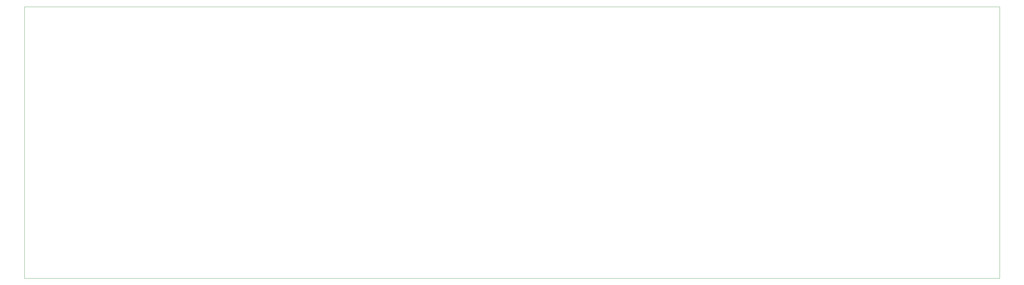
<source format=gbr>
%TF.GenerationSoftware,Altium Limited,Altium Designer,21.2.2 (38)*%
G04 Layer_Color=0*
%FSLAX26Y26*%
%MOIN*%
%TF.SameCoordinates,72563302-9CA4-4070-8E96-6B9CF41BC73D*%
%TF.FilePolarity,Positive*%
%TF.FileFunction,Profile,NP*%
%TF.Part,Single*%
G01*
G75*
%TA.AperFunction,Profile*%
%ADD65C,0.001000*%
D65*
X0Y-3346457D02*
X12000000D01*
X12000000Y0D01*
X0D01*
Y-3346457D01*
%TF.MD5,585793d5d3b132b491dfcb8ae78f1ffd*%
M02*

</source>
